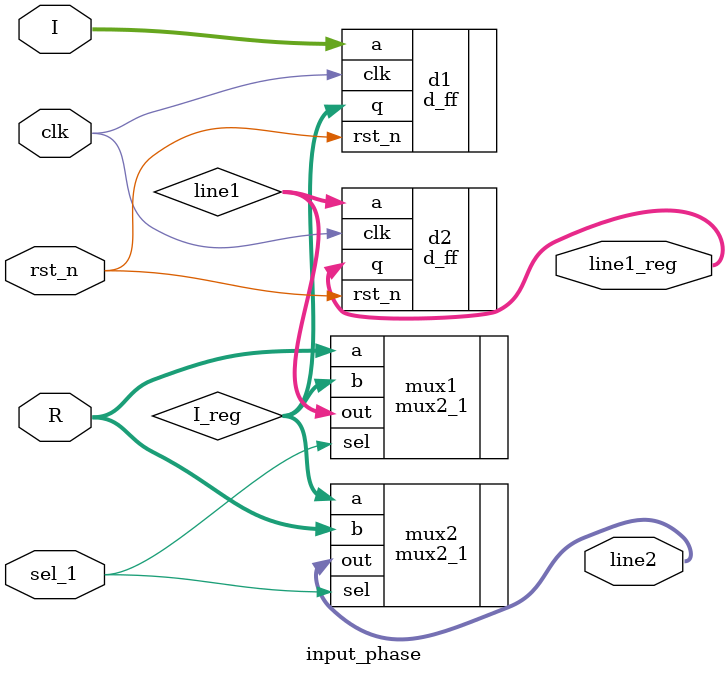
<source format=v>
module input_phase #(
    parameter width = 12 // Default width parameter
) (
    input signed [width-1:0] R, I,
    input clk, rst_n,sel_1,
    output signed [width-1:0]  line2,
    output signed [width-1:0]  line1_reg
);
    wire signed [width-1:0] I_reg, line1;
    d_ff #(
        .width(width),
        .reset_value(0)
    ) d1 (
        .a(I), 
        .clk(clk),
        .rst_n(rst_n),
        .q(I_reg)
    );
    mux2_1 #(
        .width(width)
    ) mux1 (
        .a(R),
        .b(I_reg),
        .sel(sel_1),
        .out(line1)
    );
    mux2_1 #(
        .width(width)
    ) mux2 (
        .a(I_reg),
        .b(R),
        .sel(sel_1),
        .out(line2)
    );
    d_ff #(
        .width(width),
        .reset_value(0)
    ) d2 (
        .a(line1), 
        .clk(clk),
        .rst_n(rst_n),
        .q(line1_reg)
    );
    
endmodule
</source>
